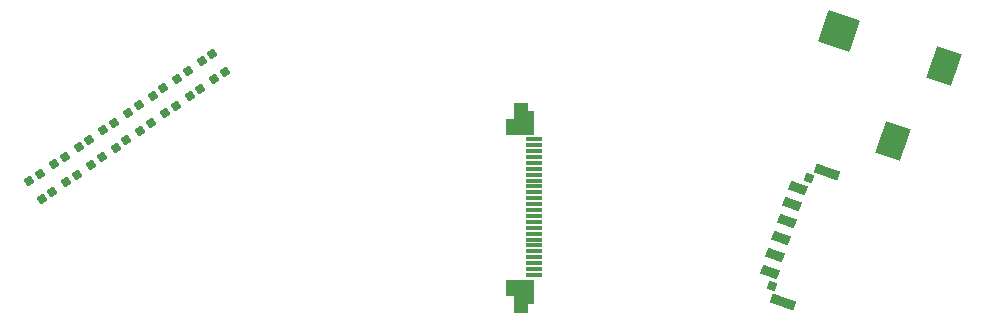
<source format=gtp>
%TF.GenerationSoftware,KiCad,Pcbnew,7.0.6*%
%TF.CreationDate,2023-07-20T08:42:54+02:00*%
%TF.ProjectId,dc_sdr,64635f73-6472-42e6-9b69-6361645f7063,rev?*%
%TF.SameCoordinates,Original*%
%TF.FileFunction,Paste,Top*%
%TF.FilePolarity,Positive*%
%FSLAX46Y46*%
G04 Gerber Fmt 4.6, Leading zero omitted, Abs format (unit mm)*
G04 Created by KiCad (PCBNEW 7.0.6) date 2023-07-20 08:42:54*
%MOMM*%
%LPD*%
G01*
G04 APERTURE LIST*
G04 Aperture macros list*
%AMRotRect*
0 Rectangle, with rotation*
0 The origin of the aperture is its center*
0 $1 length*
0 $2 width*
0 $3 Rotation angle, in degrees counterclockwise*
0 Add horizontal line*
21,1,$1,$2,0,0,$3*%
G04 Aperture macros list end*
%ADD10C,0.010000*%
%ADD11RotRect,0.800000X2.100000X251.200000*%
%ADD12RotRect,0.700000X0.700000X251.200000*%
%ADD13RotRect,0.800000X1.500000X251.200000*%
%ADD14RotRect,0.700000X0.700000X124.800000*%
%ADD15R,1.400000X0.300000*%
%ADD16RotRect,2.800000X2.200000X251.200000*%
%ADD17RotRect,2.800000X2.800000X251.200000*%
G04 APERTURE END LIST*
%TO.C,Display1*%
D10*
X177581000Y-85628000D02*
X178081000Y-85628000D01*
X178081000Y-87578000D01*
X175781000Y-87578000D01*
X175781000Y-86328000D01*
X176481000Y-86328000D01*
X176481000Y-84928000D01*
X177581000Y-84928000D01*
X177581000Y-85628000D01*
G36*
X177581000Y-85628000D02*
G01*
X178081000Y-85628000D01*
X178081000Y-87578000D01*
X175781000Y-87578000D01*
X175781000Y-86328000D01*
X176481000Y-86328000D01*
X176481000Y-84928000D01*
X177581000Y-84928000D01*
X177581000Y-85628000D01*
G37*
X178081000Y-101928000D02*
X177581000Y-101928000D01*
X177581000Y-102628000D01*
X176481000Y-102628000D01*
X176481000Y-101228000D01*
X175781000Y-101228000D01*
X175781000Y-99978000D01*
X178081000Y-99978000D01*
X178081000Y-101928000D01*
G36*
X178081000Y-101928000D02*
G01*
X177581000Y-101928000D01*
X177581000Y-102628000D01*
X176481000Y-102628000D01*
X176481000Y-101228000D01*
X175781000Y-101228000D01*
X175781000Y-99978000D01*
X178081000Y-99978000D01*
X178081000Y-101928000D01*
G37*
%TD*%
D11*
%TO.C,U9*%
X203025142Y-90776353D03*
D12*
X201478677Y-91285124D03*
X198352700Y-100467621D03*
D11*
X199267524Y-101814283D03*
D13*
X200556195Y-92133078D03*
X200072797Y-93553052D03*
X198622601Y-97812974D03*
X198139203Y-99232948D03*
X199106000Y-96393000D03*
X199589398Y-94973026D03*
%TD*%
D14*
%TO.C,D3*%
X139634727Y-88694766D03*
X140537991Y-88066981D03*
X141582397Y-89569684D03*
X140679133Y-90197469D03*
%TD*%
%TO.C,D8*%
X150063322Y-81446704D03*
X150966586Y-80818919D03*
X152010992Y-82321622D03*
X151107728Y-82949407D03*
%TD*%
%TO.C,D7*%
X147977603Y-82896316D03*
X148880867Y-82268531D03*
X149925273Y-83771234D03*
X149022009Y-84399019D03*
%TD*%
%TO.C,D6*%
X145891884Y-84345928D03*
X146795148Y-83718143D03*
X147839554Y-85220846D03*
X146936290Y-85848631D03*
%TD*%
%TO.C,D5*%
X143806165Y-85795541D03*
X144709429Y-85167756D03*
X145753835Y-86670459D03*
X144850571Y-87298244D03*
%TD*%
%TO.C,D4*%
X141720446Y-87245153D03*
X142623710Y-86617368D03*
X143668116Y-88120071D03*
X142764852Y-88747856D03*
%TD*%
%TO.C,D2*%
X137549008Y-90144378D03*
X138452272Y-89516593D03*
X139496678Y-91019296D03*
X138593414Y-91647081D03*
%TD*%
%TO.C,D1*%
X135463289Y-91593991D03*
X136366553Y-90966206D03*
X137410959Y-92468909D03*
X136507695Y-93096694D03*
%TD*%
D15*
%TO.C,Display1*%
X178181000Y-88028000D03*
X178181000Y-88528000D03*
X178181000Y-89028000D03*
X178181000Y-89528000D03*
X178181000Y-90028000D03*
X178181000Y-90528000D03*
X178181000Y-91028000D03*
X178181000Y-91528000D03*
X178181000Y-92028000D03*
X178181000Y-92528000D03*
X178181000Y-93028000D03*
X178181000Y-93528000D03*
X178181000Y-94028000D03*
X178181000Y-94528000D03*
X178181000Y-95028000D03*
X178181000Y-95528000D03*
X178181000Y-96028000D03*
X178181000Y-96528000D03*
X178181000Y-97028000D03*
X178181000Y-97528000D03*
X178181000Y-98028000D03*
X178181000Y-98528000D03*
X178181000Y-99028000D03*
X178181000Y-99528000D03*
%TD*%
D16*
%TO.C,J2*%
X208602256Y-88219227D03*
X212880320Y-81858554D03*
D17*
X203981817Y-78829257D03*
%TD*%
M02*

</source>
